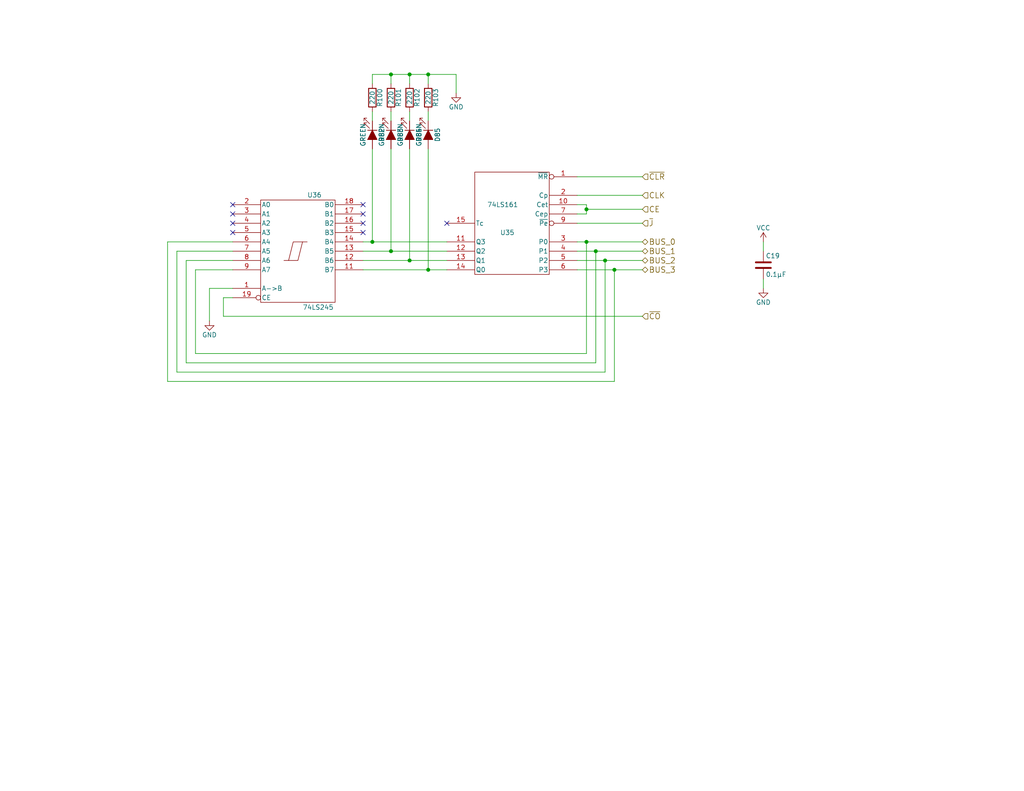
<source format=kicad_sch>
(kicad_sch (version 20230121) (generator eeschema)
  (paper "USLetter")
  (lib_symbols
    (symbol "8bit-computer-rescue:74LS161-8bit-computer-rescue" (pin_names (offset 0.254))
      (property "Reference" "U" (at 1.27 2.54 0))
      (property "Value" "8bit-computer-rescue:74LS161" (at 2.54 -5.08 0))
      (symbol "74LS161-8bit-computer-rescue_0_0"
        (pin power_in line (at -7.62 13.97 90) (length 0) hide (name "VCC") (number "16"))
        (pin power_in line (at -7.62 -13.97 90) (length 0) hide (name "GND") (number "8"))
      )
      (symbol "74LS161-8bit-computer-rescue_0_1"
        (rectangle (start -10.16 13.97) (end 10.16 -13.97))
      )
      (symbol "74LS161-8bit-computer-rescue_1_1"
        (pin input inverted (at -17.78 -12.7 0) (length 7.62) (name "~{MR}") (number "1"))
        (pin input line (at -17.78 -5.08 0) (length 7.62) (name "Cet") (number "10"))
        (pin output line (at 17.78 5.08 180) (length 7.62) (name "Q3") (number "11"))
        (pin output line (at 17.78 7.62 180) (length 7.62) (name "Q2") (number "12"))
        (pin output line (at 17.78 10.16 180) (length 7.62) (name "Q1") (number "13"))
        (pin output line (at 17.78 12.7 180) (length 7.62) (name "Q0") (number "14"))
        (pin output line (at 17.78 0 180) (length 7.62) (name "Tc") (number "15"))
        (pin input line (at -17.78 -7.62 0) (length 7.62) (name "Cp") (number "2"))
        (pin input line (at -17.78 5.08 0) (length 7.62) (name "P0") (number "3"))
        (pin input line (at -17.78 7.62 0) (length 7.62) (name "P1") (number "4"))
        (pin input line (at -17.78 10.16 0) (length 7.62) (name "P2") (number "5"))
        (pin input line (at -17.78 12.7 0) (length 7.62) (name "P3") (number "6"))
        (pin input line (at -17.78 -2.54 0) (length 7.62) (name "Cep") (number "7"))
        (pin input inverted (at -17.78 0 0) (length 7.62) (name "~{Pe}") (number "9"))
      )
    )
    (symbol "8bit-computer-rescue:74LS245-8bit-computer-rescue" (pin_names (offset 0.254))
      (property "Reference" "U" (at 2.54 14.605 0))
      (property "Value" "8bit-computer-rescue:74LS245" (at 1.27 -14.605 0))
      (symbol "74LS245-8bit-computer-rescue_0_0"
        (pin power_in line (at 0 -13.97 90) (length 0) hide (name "GND") (number "10"))
        (pin power_in line (at 0 13.97 270) (length 0) hide (name "VCC") (number "20"))
      )
      (symbol "74LS245-8bit-computer-rescue_0_1"
        (rectangle (start -10.16 13.97) (end 10.16 -13.97))
        (polyline (pts (xy 1.27 2.54) (xy 0 -2.54) (xy -2.54 -2.54)))
        (polyline (pts (xy 2.54 2.54) (xy -1.27 2.54) (xy -2.54 -2.54) (xy -3.81 -2.54)))
      )
      (symbol "74LS245-8bit-computer-rescue_1_1"
        (pin input line (at -17.78 -10.16 0) (length 7.62) (name "A->B") (number "1"))
        (pin tri_state line (at 17.78 -5.08 180) (length 7.62) (name "B7") (number "11"))
        (pin tri_state line (at 17.78 -2.54 180) (length 7.62) (name "B6") (number "12"))
        (pin tri_state line (at 17.78 0 180) (length 7.62) (name "B5") (number "13"))
        (pin tri_state line (at 17.78 2.54 180) (length 7.62) (name "B4") (number "14"))
        (pin tri_state line (at 17.78 5.08 180) (length 7.62) (name "B3") (number "15"))
        (pin tri_state line (at 17.78 7.62 180) (length 7.62) (name "B2") (number "16"))
        (pin tri_state line (at 17.78 10.16 180) (length 7.62) (name "B1") (number "17"))
        (pin tri_state line (at 17.78 12.7 180) (length 7.62) (name "B0") (number "18"))
        (pin input inverted (at -17.78 -12.7 0) (length 7.62) (name "CE") (number "19"))
        (pin tri_state line (at -17.78 12.7 0) (length 7.62) (name "A0") (number "2"))
        (pin tri_state line (at -17.78 10.16 0) (length 7.62) (name "A1") (number "3"))
        (pin tri_state line (at -17.78 7.62 0) (length 7.62) (name "A2") (number "4"))
        (pin tri_state line (at -17.78 5.08 0) (length 7.62) (name "A3") (number "5"))
        (pin tri_state line (at -17.78 2.54 0) (length 7.62) (name "A4") (number "6"))
        (pin tri_state line (at -17.78 0 0) (length 7.62) (name "A5") (number "7"))
        (pin tri_state line (at -17.78 -2.54 0) (length 7.62) (name "A6") (number "8"))
        (pin tri_state line (at -17.78 -5.08 0) (length 7.62) (name "A7") (number "9"))
      )
    )
    (symbol "8bit-computer-rescue:LED_ALT-Device" (pin_numbers hide) (pin_names (offset 1.016) hide)
      (property "Reference" "D" (at 0 2.54 0))
      (property "Value" "Device:LED_ALT" (at 0 -2.54 0))
      (symbol "LED_ALT-Device_0_1"
        (polyline (pts (xy -1.27 -1.27) (xy -1.27 1.27)) (stroke (width 0.2032)))
        (polyline (pts (xy -1.27 0) (xy 1.27 0)))
        (polyline (pts (xy 1.27 -1.27) (xy 1.27 1.27) (xy -1.27 0) (xy 1.27 -1.27)) (stroke (width 0.2032)) (fill (type outline)))
        (polyline (pts (xy -3.048 -0.762) (xy -4.572 -2.286) (xy -3.81 -2.286) (xy -4.572 -2.286) (xy -4.572 -1.524)))
        (polyline (pts (xy -1.778 -0.762) (xy -3.302 -2.286) (xy -2.54 -2.286) (xy -3.302 -2.286) (xy -3.302 -1.524)))
      )
      (symbol "LED_ALT-Device_1_1"
        (pin passive line (at -3.81 0 0) (length 2.54) (name "K") (number "1"))
        (pin passive line (at 3.81 0 180) (length 2.54) (name "A") (number "2"))
      )
    )
    (symbol "Device:C" (pin_numbers hide) (pin_names (offset 0.254))
      (property "Reference" "C" (at 0.635 2.54 0))
      (property "Value" "C" (at 0.635 -2.54 0))
      (symbol "C_0_1"
        (polyline (pts (xy -2.032 -0.762) (xy 2.032 -0.762)) (stroke (width 0.508)))
        (polyline (pts (xy -2.032 0.762) (xy 2.032 0.762)) (stroke (width 0.508)))
      )
      (symbol "C_1_1"
        (pin passive line (at 0 3.81 270) (length 2.794) (name "~") (number "1"))
        (pin passive line (at 0 -3.81 90) (length 2.794) (name "~") (number "2"))
      )
    )
    (symbol "Device:R" (pin_numbers hide) (pin_names (offset 0))
      (property "Reference" "R" (at 2.032 0 90))
      (property "Value" "R" (at 0 0 90))
      (symbol "R_0_1"
        (rectangle (start -1.016 -2.54) (end 1.016 2.54) (stroke (width 0.254)))
      )
      (symbol "R_1_1"
        (pin passive line (at 0 3.81 270) (length 1.27) (name "~") (number "1"))
        (pin passive line (at 0 -3.81 90) (length 1.27) (name "~") (number "2"))
      )
    )
    (symbol "power:GND" (power) (pin_names (offset 0))
      (property "Value" "GND" (at 0 -3.81 0))
      (symbol "GND_0_1"
        (polyline (pts (xy 0 0) (xy 0 -1.27) (xy 1.27 -1.27) (xy 0 -2.54) (xy -1.27 -1.27) (xy 0 -1.27)))
      )
      (symbol "GND_1_1"
        (pin power_in line (at 0 0 270) (length 0) hide (name "GND") (number "1"))
      )
    )
    (symbol "power:VCC" (power) (pin_names (offset 0))
      (property "Value" "VCC" (at 0 3.81 0))
      (symbol "VCC_0_1"
        (polyline (pts (xy -0.762 1.27) (xy 0 2.54)))
        (polyline (pts (xy 0 0) (xy 0 2.54)))
        (polyline (pts (xy 0 2.54) (xy 0.762 1.27)))
      )
      (symbol "VCC_1_1"
        (pin power_in line (at 0 0 90) (length 0) hide (name "VCC") (number "1"))
      )
    )
  )
  (junction (at 111.76 71.12))
  (junction (at 116.84 73.66))
  (junction (at 101.6 66.04))
  (junction (at 116.84 20.32))
  (junction (at 160.02 66.04))
  (junction (at 162.56 68.58))
  (junction (at 167.64 73.66))
  (junction (at 106.68 68.58))
  (junction (at 165.1 71.12))
  (junction (at 106.68 20.32))
  (junction (at 111.76 20.32))
  (junction (at 160.02 57.15))
  (no_connect (at 63.5 58.42))
  (no_connect (at 63.5 60.96))
  (no_connect (at 99.06 63.5))
  (no_connect (at 99.06 55.88))
  (no_connect (at 121.92 60.96))
  (no_connect (at 99.06 58.42))
  (no_connect (at 63.5 55.88))
  (no_connect (at 99.06 60.96))
  (no_connect (at 63.5 63.5))
  (wire (pts (xy 101.6 30.48) (xy 101.6 33.02)))
  (wire (pts (xy 57.15 78.74) (xy 63.5 78.74)))
  (wire (pts (xy 160.02 57.15) (xy 160.02 58.42)))
  (wire (pts (xy 101.6 22.86) (xy 101.6 20.32)))
  (wire (pts (xy 157.48 73.66) (xy 167.64 73.66)))
  (wire (pts (xy 116.84 33.02) (xy 116.84 30.48)))
  (wire (pts (xy 101.6 20.32) (xy 106.68 20.32)))
  (wire (pts (xy 162.56 68.58) (xy 175.26 68.58)))
  (wire (pts (xy 106.68 20.32) (xy 111.76 20.32)))
  (wire (pts (xy 160.02 57.15) (xy 175.26 57.15)))
  (wire (pts (xy 101.6 66.04) (xy 121.92 66.04)))
  (wire (pts (xy 116.84 22.86) (xy 116.84 20.32)))
  (wire (pts (xy 175.26 60.96) (xy 157.48 60.96)))
  (wire (pts (xy 116.84 20.32) (xy 124.46 20.32)))
  (wire (pts (xy 157.48 66.04) (xy 160.02 66.04)))
  (wire (pts (xy 157.48 48.26) (xy 175.26 48.26)))
  (wire (pts (xy 48.26 68.58) (xy 48.26 101.6)))
  (wire (pts (xy 99.06 71.12) (xy 111.76 71.12)))
  (wire (pts (xy 111.76 71.12) (xy 121.92 71.12)))
  (wire (pts (xy 111.76 40.64) (xy 111.76 71.12)))
  (wire (pts (xy 175.26 53.34) (xy 157.48 53.34)))
  (wire (pts (xy 48.26 101.6) (xy 165.1 101.6)))
  (wire (pts (xy 106.68 33.02) (xy 106.68 30.48)))
  (wire (pts (xy 53.34 73.66) (xy 53.34 96.52)))
  (wire (pts (xy 106.68 22.86) (xy 106.68 20.32)))
  (wire (pts (xy 63.5 68.58) (xy 48.26 68.58)))
  (wire (pts (xy 160.02 58.42) (xy 157.48 58.42)))
  (wire (pts (xy 63.5 71.12) (xy 50.8 71.12)))
  (wire (pts (xy 60.96 86.36) (xy 60.96 81.28)))
  (wire (pts (xy 160.02 96.52) (xy 160.02 66.04)))
  (wire (pts (xy 167.64 73.66) (xy 175.26 73.66)))
  (wire (pts (xy 99.06 68.58) (xy 106.68 68.58)))
  (wire (pts (xy 175.26 86.36) (xy 60.96 86.36)))
  (wire (pts (xy 50.8 71.12) (xy 50.8 99.06)))
  (wire (pts (xy 63.5 73.66) (xy 53.34 73.66)))
  (wire (pts (xy 57.15 87.63) (xy 57.15 78.74)))
  (wire (pts (xy 60.96 81.28) (xy 63.5 81.28)))
  (wire (pts (xy 53.34 96.52) (xy 160.02 96.52)))
  (wire (pts (xy 160.02 66.04) (xy 175.26 66.04)))
  (wire (pts (xy 63.5 66.04) (xy 45.72 66.04)))
  (wire (pts (xy 165.1 101.6) (xy 165.1 71.12)))
  (wire (pts (xy 160.02 55.88) (xy 157.48 55.88)))
  (wire (pts (xy 111.76 30.48) (xy 111.76 33.02)))
  (wire (pts (xy 111.76 20.32) (xy 111.76 22.86)))
  (wire (pts (xy 116.84 73.66) (xy 121.92 73.66)))
  (wire (pts (xy 45.72 66.04) (xy 45.72 104.14)))
  (wire (pts (xy 106.68 68.58) (xy 121.92 68.58)))
  (wire (pts (xy 111.76 20.32) (xy 116.84 20.32)))
  (wire (pts (xy 116.84 40.64) (xy 116.84 73.66)))
  (wire (pts (xy 99.06 66.04) (xy 101.6 66.04)))
  (wire (pts (xy 162.56 99.06) (xy 162.56 68.58)))
  (wire (pts (xy 45.72 104.14) (xy 167.64 104.14)))
  (wire (pts (xy 165.1 71.12) (xy 175.26 71.12)))
  (wire (pts (xy 208.28 66.04) (xy 208.28 68.58)))
  (wire (pts (xy 106.68 40.64) (xy 106.68 68.58)))
  (wire (pts (xy 101.6 66.04) (xy 101.6 40.64)))
  (wire (pts (xy 99.06 73.66) (xy 116.84 73.66)))
  (wire (pts (xy 208.28 76.2) (xy 208.28 78.74)))
  (wire (pts (xy 50.8 99.06) (xy 162.56 99.06)))
  (wire (pts (xy 167.64 104.14) (xy 167.64 73.66)))
  (wire (pts (xy 157.48 71.12) (xy 165.1 71.12)))
  (wire (pts (xy 160.02 55.88) (xy 160.02 57.15)))
  (wire (pts (xy 124.46 20.32) (xy 124.46 25.4)))
  (wire (pts (xy 157.48 68.58) (xy 162.56 68.58)))
  (hierarchical_label "BUS_2" (shape bidirectional) (at 175.26 71.12 0) (effects (font (size 1.524 1.524))))
  (hierarchical_label "CE" (shape input) (at 175.26 57.15 0) (effects (font (size 1.524 1.524))))
  (hierarchical_label "BUS_3" (shape bidirectional) (at 175.26 73.66 0) (effects (font (size 1.524 1.524))))
  (hierarchical_label "CLK" (shape input) (at 175.26 53.34 0) (effects (font (size 1.524 1.524))))
  (hierarchical_label "BUS_1" (shape bidirectional) (at 175.26 68.58 0) (effects (font (size 1.524 1.524))))
  (hierarchical_label "~{CO}" (shape input) (at 175.26 86.36 0) (effects (font (size 1.524 1.524))))
  (hierarchical_label "~{J}" (shape input) (at 175.26 60.96 0) (effects (font (size 1.524 1.524))))
  (hierarchical_label "~{CLR}" (shape input) (at 175.26 48.26 0) (effects (font (size 1.524 1.524))))
  (hierarchical_label "BUS_0" (shape bidirectional) (at 175.26 66.04 0) (effects (font (size 1.524 1.524))))
  (symbol (lib_id "8bit-computer-rescue:74LS161-8bit-computer-rescue") (at 139.7 60.96 180) (unit 1)
    (property "Reference" "U35" (at 138.43 63.5 0))
    (property "Value" "74LS161" (at 137.16 55.88 0))
    (property "Footprint" "Package_DIP:DIP-16_W7.62mm" (effects hide))
  )
  (symbol (lib_id "8bit-computer-rescue:74LS245-8bit-computer-rescue") (at 81.28 68.58 0) (unit 1)
    (property "Reference" "U36" (at 83.82 53.975 0) (effects (justify left bottom)))
    (property "Value" "74LS245" (at 82.55 83.185 0) (effects (justify left top)))
    (property "Footprint" "Package_DIP:DIP-20_W7.62mm" (effects hide))
  )
  (symbol (lib_id "power:GND") (at 57.15 87.63 0) (unit 1)
    (property "Reference" "#PWR055" (effects hide))
    (property "Value" "GND" (at 57.15 91.44 0))
  )
  (symbol (lib_id "Device:C") (at 208.28 72.39 0) (unit 1)
    (property "Reference" "C19" (at 208.915 69.85 0) (effects (justify left)))
    (property "Value" "0.1µF" (at 208.915 74.93 0) (effects (justify left)))
    (property "Footprint" "Capacitor_THT:C_Disc_D4.3mm_W1.9mm_P5.00mm" (effects hide))
  )
  (symbol (lib_id "power:GND") (at 208.28 78.74 0) (unit 1)
    (property "Reference" "#PWR056" (effects hide))
    (property "Value" "GND" (at 208.28 82.55 0))
  )
  (symbol (lib_id "power:VCC") (at 208.28 66.04 0) (unit 1)
    (property "Reference" "#PWR057" (effects hide))
    (property "Value" "VCC" (at 208.28 62.23 0))
  )
  (symbol (lib_id "8bit-computer-rescue:LED_ALT-Device") (at 101.6 36.83 270) (unit 1)
    (property "Reference" "D82" (at 104.14 36.83 0))
    (property "Value" "GREEN" (at 99.06 36.83 0))
    (property "Footprint" "LED_THT:LED_D5.0mm" (effects hide))
  )
  (symbol (lib_id "8bit-computer-rescue:LED_ALT-Device") (at 106.68 36.83 270) (unit 1)
    (property "Reference" "D83" (at 109.22 36.83 0))
    (property "Value" "GREEN" (at 104.14 36.83 0))
    (property "Footprint" "LED_THT:LED_D5.0mm" (effects hide))
  )
  (symbol (lib_id "8bit-computer-rescue:LED_ALT-Device") (at 111.76 36.83 270) (unit 1)
    (property "Reference" "D84" (at 114.3 36.83 0))
    (property "Value" "GREEN" (at 109.22 36.83 0))
    (property "Footprint" "LED_THT:LED_D5.0mm" (effects hide))
  )
  (symbol (lib_id "8bit-computer-rescue:LED_ALT-Device") (at 116.84 36.83 270) (unit 1)
    (property "Reference" "D85" (at 119.38 36.83 0))
    (property "Value" "GREEN" (at 114.3 36.83 0))
    (property "Footprint" "LED_THT:LED_D5.0mm" (effects hide))
  )
  (symbol (lib_id "Device:R") (at 101.6 26.67 0) (unit 1)
    (property "Reference" "R100" (at 103.632 26.67 90))
    (property "Value" "220" (at 101.6 26.67 90))
    (property "Footprint" "Resistor_THT:R_Axial_DIN0207_L6.3mm_D2.5mm_P7.62mm_Horizontal" (effects hide))
  )
  (symbol (lib_id "Device:R") (at 106.68 26.67 0) (unit 1)
    (property "Reference" "R101" (at 108.712 26.67 90))
    (property "Value" "220" (at 106.68 26.67 90))
    (property "Footprint" "Resistor_THT:R_Axial_DIN0207_L6.3mm_D2.5mm_P7.62mm_Horizontal" (effects hide))
  )
  (symbol (lib_id "Device:R") (at 111.76 26.67 0) (unit 1)
    (property "Reference" "R102" (at 113.792 26.67 90))
    (property "Value" "220" (at 111.76 26.67 90))
    (property "Footprint" "Resistor_THT:R_Axial_DIN0207_L6.3mm_D2.5mm_P7.62mm_Horizontal" (effects hide))
  )
  (symbol (lib_id "Device:R") (at 116.84 26.67 0) (unit 1)
    (property "Reference" "R103" (at 118.872 26.67 90))
    (property "Value" "220" (at 116.84 26.67 90))
    (property "Footprint" "Resistor_THT:R_Axial_DIN0207_L6.3mm_D2.5mm_P7.62mm_Horizontal" (effects hide))
  )
  (symbol (lib_id "power:GND") (at 124.46 25.4 0) (unit 1)
    (property "Reference" "#PWR058" (effects hide))
    (property "Value" "GND" (at 124.46 29.21 0))
  )
)
</source>
